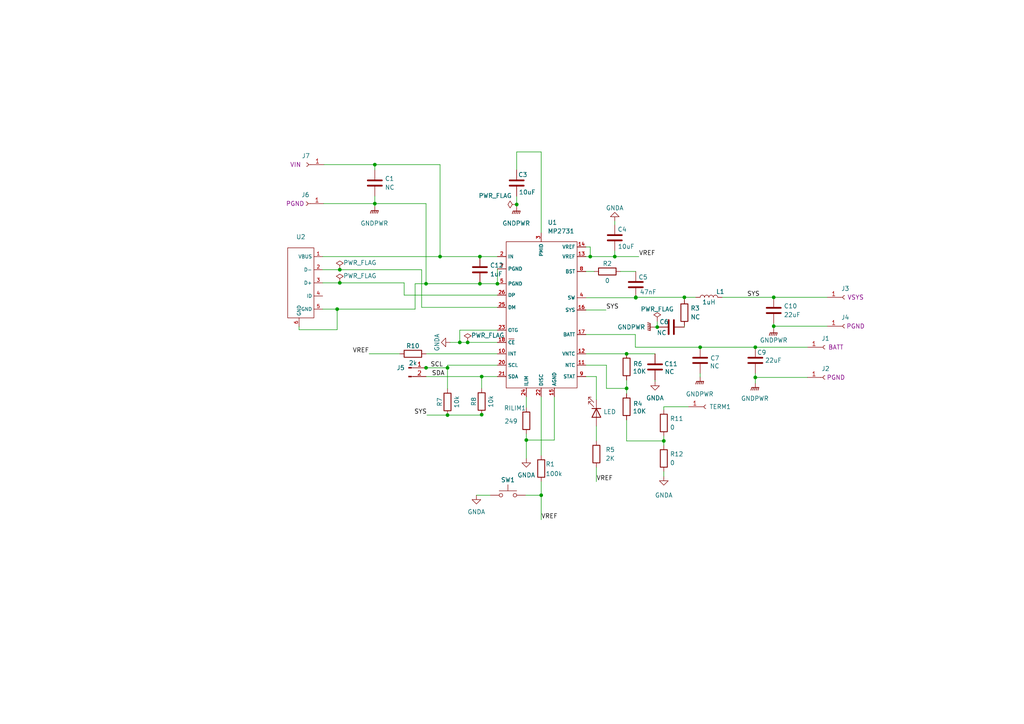
<source format=kicad_sch>
(kicad_sch (version 20211123) (generator eeschema)
  (paper "A4")
  (lib_symbols
    (symbol "Connector:Conn_01x01_Female" (pin_names (offset 1.016) hide)
      (property "Reference" "J" (at 0 2.54 0))
      (property "Value" "Conn_01x01_Female" (at 0 -2.54 0))
      (symbol "Conn_01x01_Female_1_1"
        (polyline (pts (xy -1.27 0) (xy -0.508 0)) (stroke (width 0.1524)))
        (arc (start 0 0.508) (mid -0.508 0) (end 0 -0.508) (stroke (width 0.1524)))
        (pin passive line (at -5.08 0 0) (length 3.81) (name "Pin_1") (number "1"))
      )
    )
    (symbol "Connector:Conn_01x02_Male" (pin_names (offset 1.016) hide)
      (property "Reference" "J" (at 0 2.54 0))
      (property "Value" "Conn_01x02_Male" (at 0 -5.08 0))
      (symbol "Conn_01x02_Male_1_1"
        (polyline (pts (xy 1.27 -2.54) (xy 0.8636 -2.54)) (stroke (width 0.1524)))
        (polyline (pts (xy 1.27 0) (xy 0.8636 0)) (stroke (width 0.1524)))
        (rectangle (start 0.8636 -2.413) (end 0 -2.667) (stroke (width 0.1524)) (fill (type outline)))
        (rectangle (start 0.8636 0.127) (end 0 -0.127) (stroke (width 0.1524)) (fill (type outline)))
        (pin passive line (at 5.08 0 180) (length 3.81) (name "Pin_1") (number "1"))
        (pin passive line (at 5.08 -2.54 180) (length 3.81) (name "Pin_2") (number "2"))
      )
    )
    (symbol "Device:C" (pin_numbers hide) (pin_names (offset 0.254))
      (property "Reference" "C" (at 0.635 2.54 0))
      (property "Value" "C" (at 0.635 -2.54 0))
      (symbol "C_0_1"
        (polyline (pts (xy -2.032 -0.762) (xy 2.032 -0.762)) (stroke (width 0.508)))
        (polyline (pts (xy -2.032 0.762) (xy 2.032 0.762)) (stroke (width 0.508)))
      )
      (symbol "C_1_1"
        (pin passive line (at 0 3.81 270) (length 2.794) (name "~") (number "1"))
        (pin passive line (at 0 -3.81 90) (length 2.794) (name "~") (number "2"))
      )
    )
    (symbol "Device:L" (pin_numbers hide) (pin_names (offset 1.016) hide)
      (property "Reference" "L" (at -1.27 0 90))
      (property "Value" "L" (at 1.905 0 90))
      (symbol "L_0_1"
        (arc (start 0 -2.54) (mid 0.635 -1.905) (end 0 -1.27))
        (arc (start 0 -1.27) (mid 0.635 -0.635) (end 0 0))
        (arc (start 0 0) (mid 0.635 0.635) (end 0 1.27))
        (arc (start 0 1.27) (mid 0.635 1.905) (end 0 2.54))
      )
      (symbol "L_1_1"
        (pin passive line (at 0 3.81 270) (length 1.27) (name "1") (number "1"))
        (pin passive line (at 0 -3.81 90) (length 1.27) (name "2") (number "2"))
      )
    )
    (symbol "Device:LED" (pin_numbers hide) (pin_names (offset 1.016) hide)
      (property "Reference" "D" (at 0 2.54 0))
      (property "Value" "LED" (at 0 -2.54 0))
      (symbol "LED_0_1"
        (polyline (pts (xy -1.27 -1.27) (xy -1.27 1.27)) (stroke (width 0.254)))
        (polyline (pts (xy -1.27 0) (xy 1.27 0)))
        (polyline (pts (xy 1.27 -1.27) (xy 1.27 1.27) (xy -1.27 0) (xy 1.27 -1.27)) (stroke (width 0.254)))
        (polyline (pts (xy -3.048 -0.762) (xy -4.572 -2.286) (xy -3.81 -2.286) (xy -4.572 -2.286) (xy -4.572 -1.524)))
        (polyline (pts (xy -1.778 -0.762) (xy -3.302 -2.286) (xy -2.54 -2.286) (xy -3.302 -2.286) (xy -3.302 -1.524)))
      )
      (symbol "LED_1_1"
        (pin passive line (at -3.81 0 0) (length 2.54) (name "K") (number "1"))
        (pin passive line (at 3.81 0 180) (length 2.54) (name "A") (number "2"))
      )
    )
    (symbol "Device:R" (pin_numbers hide) (pin_names (offset 0))
      (property "Reference" "R" (at 2.032 0 90))
      (property "Value" "R" (at 0 0 90))
      (symbol "R_0_1"
        (rectangle (start -1.016 -2.54) (end 1.016 2.54) (stroke (width 0.254)))
      )
      (symbol "R_1_1"
        (pin passive line (at 0 3.81 270) (length 1.27) (name "~") (number "1"))
        (pin passive line (at 0 -3.81 90) (length 1.27) (name "~") (number "2"))
      )
    )
    (symbol "MP2731_1"
      (property "Reference" "U" (at 0 11.43 0))
      (property "Value" "MP2731_1" (at 0 9.144 0))
      (symbol "MP2731_1_0_1"
        (rectangle (start -10.16 0) (end 10.414 -42.418))
        (polyline (pts (xy -9.398 -28.194) (xy -7.874 -28.194)))
      )
      (symbol "MP2731_1_1_1"
        (pin input line (at -12.7 -32.512 0) (length 2.54) (name "INT") (number "10"))
        (pin input line (at 12.954 -35.814 180) (length 2.54) (name "NTC") (number "11"))
        (pin input line (at 12.954 -32.512 180) (length 2.54) (name "VNTC") (number "12"))
        (pin input line (at 12.954 -4.318 180) (length 2.54) (name "VREF") (number "13"))
        (pin input line (at 12.954 -1.524 180) (length 2.54) (name "VREF") (number "14"))
        (pin input line (at 3.81 -44.958 90) (length 2.54) (name "AGND") (number "15"))
        (pin input line (at 12.954 -19.812 180) (length 2.54) (name "SYS") (number "16"))
        (pin input line (at 12.954 -26.924 180) (length 2.54) (name "BATT") (number "17"))
        (pin input line (at -12.7 -29.21 0) (length 2.54) (name "CE") (number "18"))
        (pin input line (at -12.7 -4.318 0) (length 2.54) (name "IN") (number "2"))
        (pin input line (at -12.7 -35.814 0) (length 2.54) (name "SCL") (number "20"))
        (pin input line (at -12.7 -39.116 0) (length 2.54) (name "SDA") (number "21"))
        (pin input line (at 0 -44.958 90) (length 2.54) (name "DISC") (number "22"))
        (pin input line (at -12.7 -25.654 0) (length 2.54) (name "OTG") (number "23"))
        (pin input line (at -4.318 -44.958 90) (length 2.54) (name "ILIM") (number "24"))
        (pin input line (at -12.7 -19.05 0) (length 2.54) (name "DM") (number "25"))
        (pin input line (at -12.7 -15.494 0) (length 2.54) (name "DP") (number "26"))
        (pin input line (at 0 2.54 270) (length 2.54) (name "PMID") (number "3"))
        (pin input line (at 12.954 -16.256 180) (length 2.54) (name "SW") (number "4"))
        (pin input line (at -12.7 -12.192 0) (length 2.54) (name "PGND") (number "5"))
        (pin input line (at -12.7 -7.874 0) (length 2.54) (name "PGND") (number "7"))
        (pin input line (at 12.954 -8.636 180) (length 2.54) (name "BST") (number "8"))
        (pin input line (at 12.954 -39.116 180) (length 2.54) (name "STAT") (number "9"))
      )
    )
    (symbol "Switch:SW_Push" (pin_numbers hide) (pin_names (offset 1.016) hide)
      (property "Reference" "SW" (at 1.27 2.54 0))
      (property "Value" "SW_Push" (at 0 -1.524 0))
      (symbol "SW_Push_0_1"
        (circle (center -2.032 0) (radius 0.508))
        (polyline (pts (xy 0 1.27) (xy 0 3.048)))
        (polyline (pts (xy 2.54 1.27) (xy -2.54 1.27)))
        (circle (center 2.032 0) (radius 0.508))
        (pin passive line (at -5.08 0 0) (length 2.54) (name "1") (number "1"))
        (pin passive line (at 5.08 0 180) (length 2.54) (name "2") (number "2"))
      )
    )
    (symbol "USB_BQ25629_1"
      (property "Reference" "U" (at -3.81 -1.27 0))
      (symbol "USB_BQ25629_1_0_1"
        (rectangle (start -3.81 -2.54) (end 3.81 -22.86))
      )
      (symbol "USB_BQ25629_1_1_1"
        (pin input line (at 6.35 -5.08 180) (length 2.54) (name "VBUS") (number "1"))
        (pin input line (at 6.35 -8.89 180) (length 2.54) (name "D-") (number "2"))
        (pin input line (at 6.35 -12.7 180) (length 2.54) (name "D+") (number "3"))
        (pin input line (at 6.35 -16.51 180) (length 2.54) (name "ID") (number "4"))
        (pin input line (at 6.35 -20.32 180) (length 2.54) (name "GND") (number "5"))
        (pin input line (at -0.508 -25.4 90) (length 2.54) (name "GND") (number "6"))
      )
    )
    (symbol "power:GNDA" (power) (pin_names (offset 0))
      (property "Value" "GNDA" (at 0 -3.81 0))
      (symbol "GNDA_0_1"
        (polyline (pts (xy 0 0) (xy 0 -1.27) (xy 1.27 -1.27) (xy 0 -2.54) (xy -1.27 -1.27) (xy 0 -1.27)))
      )
      (symbol "GNDA_1_1"
        (pin power_in line (at 0 0 270) (length 0) hide (name "GNDA") (number "1"))
      )
    )
    (symbol "power:GNDPWR" (power) (pin_names (offset 0))
      (property "Value" "GNDPWR" (at 0 -3.302 0))
      (symbol "GNDPWR_0_1"
        (polyline (pts (xy 0 -1.27) (xy 0 0)))
        (polyline (pts (xy -1.016 -1.27) (xy -1.27 -2.032) (xy -1.27 -2.032)) (stroke (width 0.2032)))
        (polyline (pts (xy -0.508 -1.27) (xy -0.762 -2.032) (xy -0.762 -2.032)) (stroke (width 0.2032)))
        (polyline (pts (xy 0 -1.27) (xy -0.254 -2.032) (xy -0.254 -2.032)) (stroke (width 0.2032)))
        (polyline (pts (xy 0.508 -1.27) (xy 0.254 -2.032) (xy 0.254 -2.032)) (stroke (width 0.2032)))
        (polyline (pts (xy 1.016 -1.27) (xy -1.016 -1.27) (xy -1.016 -1.27)) (stroke (width 0.2032)))
        (polyline (pts (xy 1.016 -1.27) (xy 0.762 -2.032) (xy 0.762 -2.032) (xy 0.762 -2.032)) (stroke (width 0.2032)))
      )
      (symbol "GNDPWR_1_1"
        (pin power_in line (at 0 0 270) (length 0) hide (name "GNDPWR") (number "1"))
      )
    )
    (symbol "power:PWR_FLAG" (power) (pin_numbers hide) (pin_names (offset 0) hide)
      (property "Value" "PWR_FLAG" (at 0 3.81 0))
      (symbol "PWR_FLAG_0_0"
        (pin power_out line (at 0 0 90) (length 0) (name "pwr") (number "1"))
      )
      (symbol "PWR_FLAG_0_1"
        (polyline (pts (xy 0 0) (xy 0 1.27) (xy -1.016 1.905) (xy 0 2.54) (xy 1.016 1.905) (xy 0 1.27)))
      )
    )
  )
  (junction (at 98.552 78.232))
  (junction (at 98.552 82.042))
  (junction (at 123.571 82.296))
  (junction (at 181.737 102.616))
  (junction (at 184.404 86.36))
  (junction (at 135.636 99.314))
  (junction (at 108.712 47.752))
  (junction (at 224.409 86.233))
  (junction (at 139.192 74.422))
  (junction (at 139.7 109.22))
  (junction (at 224.409 94.615))
  (junction (at 97.79 89.662))
  (junction (at 144.272 82.296))
  (junction (at 190.627 94.869))
  (junction (at 184.404 86.233))
  (junction (at 108.712 59.055))
  (junction (at 149.86 59.309))
  (junction (at 203.073 100.711))
  (junction (at 152.654 127.635))
  (junction (at 127.635 74.422))
  (junction (at 198.501 86.233))
  (junction (at 192.532 127.889))
  (junction (at 123.571 106.68))
  (junction (at 139.192 82.296))
  (junction (at 139.7 120.269))
  (junction (at 156.972 143.637))
  (junction (at 181.737 112.649))
  (junction (at 129.794 120.396))
  (junction (at 219.075 100.711))
  (junction (at 171.196 74.422))
  (junction (at 129.794 106.68))
  (junction (at 178.308 74.422))
  (junction (at 219.075 109.474))
  (junction (at 133.35 99.314))
  (wire (pts (xy 93.599 89.662) (xy 97.79 89.662)))
  (wire (pts (xy 139.7 120.269) (xy 139.7 120.396)))
  (wire (pts (xy 122.301 89.154) (xy 122.301 78.232)))
  (wire (pts (xy 169.926 102.616) (xy 181.737 102.616)))
  (wire (pts (xy 190.627 93.218) (xy 190.627 94.869)))
  (wire (pts (xy 152.654 127.635) (xy 152.654 132.969)))
  (wire (pts (xy 169.926 71.628) (xy 171.196 71.628)))
  (wire (pts (xy 135.636 99.314) (xy 144.272 99.314)))
  (wire (pts (xy 127.635 74.422) (xy 127.635 47.752)))
  (wire (pts (xy 190.627 94.869) (xy 190.881 94.869)))
  (wire (pts (xy 172.974 135.509) (xy 172.974 139.7)))
  (wire (pts (xy 86.741 94.742) (xy 86.741 95.631)))
  (wire (pts (xy 169.926 86.36) (xy 184.404 86.36)))
  (wire (pts (xy 219.075 109.474) (xy 219.075 111.125)))
  (wire (pts (xy 184.277 97.028) (xy 184.277 100.711)))
  (wire (pts (xy 178.308 74.422) (xy 185.293 74.422)))
  (wire (pts (xy 156.972 115.062) (xy 156.972 132.08)))
  (wire (pts (xy 149.86 44.069) (xy 149.86 49.276)))
  (wire (pts (xy 123.571 109.22) (xy 139.7 109.22)))
  (wire (pts (xy 152.654 127.635) (xy 160.782 127.635)))
  (wire (pts (xy 123.444 106.68) (xy 123.571 106.68)))
  (wire (pts (xy 209.423 86.233) (xy 224.409 86.233)))
  (wire (pts (xy 189.865 94.869) (xy 190.627 94.869)))
  (wire (pts (xy 117.221 85.598) (xy 117.221 82.042)))
  (wire (pts (xy 123.571 82.296) (xy 123.571 59.055)))
  (wire (pts (xy 93.599 78.232) (xy 98.552 78.232)))
  (wire (pts (xy 198.501 86.233) (xy 201.803 86.233)))
  (wire (pts (xy 172.974 123.571) (xy 172.974 127.889)))
  (wire (pts (xy 160.782 115.062) (xy 160.782 127.635)))
  (wire (pts (xy 184.277 100.711) (xy 203.073 100.711)))
  (wire (pts (xy 130.556 99.314) (xy 133.35 99.314)))
  (wire (pts (xy 138.176 143.637) (xy 142.24 143.637)))
  (wire (pts (xy 178.308 65.151) (xy 178.308 64.135)))
  (wire (pts (xy 181.737 102.616) (xy 189.992 102.616)))
  (wire (pts (xy 127.635 74.422) (xy 139.192 74.422)))
  (wire (pts (xy 108.712 47.752) (xy 108.712 49.276)))
  (wire (pts (xy 139.192 74.422) (xy 144.272 74.422)))
  (wire (pts (xy 169.926 97.028) (xy 184.277 97.028)))
  (wire (pts (xy 120.396 82.296) (xy 120.396 89.662)))
  (wire (pts (xy 152.654 115.062) (xy 152.654 118.237)))
  (wire (pts (xy 169.926 89.916) (xy 175.768 89.916)))
  (wire (pts (xy 184.404 86.233) (xy 198.501 86.233)))
  (wire (pts (xy 123.571 59.055) (xy 108.712 59.055)))
  (wire (pts (xy 123.571 82.296) (xy 139.192 82.296)))
  (wire (pts (xy 203.073 100.711) (xy 219.075 100.711)))
  (wire (pts (xy 123.571 106.68) (xy 129.794 106.68)))
  (wire (pts (xy 189.992 110.617) (xy 189.992 110.236)))
  (wire (pts (xy 192.532 117.983) (xy 192.532 118.872)))
  (wire (pts (xy 107.061 102.616) (xy 115.951 102.616)))
  (wire (pts (xy 86.741 95.631) (xy 97.79 95.631)))
  (wire (pts (xy 219.075 100.711) (xy 234.188 100.711)))
  (wire (pts (xy 171.196 74.422) (xy 178.308 74.422)))
  (wire (pts (xy 139.7 112.649) (xy 139.7 109.22)))
  (wire (pts (xy 108.712 59.055) (xy 108.712 59.817)))
  (wire (pts (xy 224.409 94.615) (xy 224.409 95.25)))
  (wire (pts (xy 144.272 95.758) (xy 133.35 95.758)))
  (wire (pts (xy 98.552 82.042) (xy 93.599 82.042)))
  (wire (pts (xy 129.794 105.918) (xy 129.794 106.68)))
  (wire (pts (xy 129.794 106.68) (xy 129.794 112.776)))
  (wire (pts (xy 123.825 120.396) (xy 129.794 120.396)))
  (wire (pts (xy 97.79 95.631) (xy 97.79 89.662)))
  (wire (pts (xy 171.196 71.628) (xy 171.196 74.422)))
  (wire (pts (xy 224.409 94.615) (xy 239.903 94.615)))
  (wire (pts (xy 181.737 127.889) (xy 192.532 127.889)))
  (wire (pts (xy 181.737 112.649) (xy 181.737 114.173)))
  (wire (pts (xy 156.972 150.749) (xy 156.972 143.637)))
  (wire (pts (xy 203.073 109.347) (xy 203.073 108.331)))
  (wire (pts (xy 175.895 112.649) (xy 181.737 112.649)))
  (wire (pts (xy 149.86 56.896) (xy 149.86 59.309)))
  (wire (pts (xy 93.853 59.055) (xy 108.712 59.055)))
  (wire (pts (xy 117.221 82.042) (xy 98.552 82.042)))
  (wire (pts (xy 144.272 105.918) (xy 129.794 105.918)))
  (wire (pts (xy 152.654 125.857) (xy 152.654 127.635)))
  (wire (pts (xy 172.974 109.22) (xy 172.974 115.951)))
  (wire (pts (xy 152.4 143.637) (xy 156.972 143.637)))
  (wire (pts (xy 156.972 44.069) (xy 149.86 44.069)))
  (wire (pts (xy 149.86 59.309) (xy 149.86 59.944)))
  (wire (pts (xy 192.532 127.889) (xy 192.532 126.492)))
  (wire (pts (xy 224.409 93.853) (xy 224.409 94.615)))
  (wire (pts (xy 139.192 82.042) (xy 139.192 82.296)))
  (wire (pts (xy 169.926 105.918) (xy 175.895 105.918)))
  (wire (pts (xy 192.532 136.779) (xy 192.532 138.176)))
  (wire (pts (xy 93.98 47.752) (xy 108.712 47.752)))
  (wire (pts (xy 181.737 112.649) (xy 181.737 110.236)))
  (wire (pts (xy 224.409 86.233) (xy 239.903 86.233)))
  (wire (pts (xy 133.35 95.758) (xy 133.35 99.314)))
  (wire (pts (xy 184.404 86.233) (xy 184.404 86.36)))
  (wire (pts (xy 97.79 89.662) (xy 120.396 89.662)))
  (wire (pts (xy 144.272 109.22) (xy 139.7 109.22)))
  (wire (pts (xy 198.501 94.869) (xy 198.501 94.488)))
  (wire (pts (xy 144.272 85.598) (xy 117.221 85.598)))
  (wire (pts (xy 129.794 120.396) (xy 139.7 120.396)))
  (wire (pts (xy 122.301 89.154) (xy 144.272 89.154)))
  (wire (pts (xy 169.926 74.422) (xy 171.196 74.422)))
  (wire (pts (xy 144.272 77.978) (xy 144.272 82.296)))
  (wire (pts (xy 178.308 72.771) (xy 178.308 74.422)))
  (wire (pts (xy 219.075 108.331) (xy 219.075 109.474)))
  (wire (pts (xy 123.571 82.296) (xy 120.396 82.296)))
  (wire (pts (xy 108.712 56.896) (xy 108.712 59.055)))
  (wire (pts (xy 192.532 117.983) (xy 199.644 117.983)))
  (wire (pts (xy 175.895 105.918) (xy 175.895 112.649)))
  (wire (pts (xy 198.501 86.233) (xy 198.501 86.868)))
  (wire (pts (xy 127.635 47.752) (xy 108.712 47.752)))
  (wire (pts (xy 192.532 127.889) (xy 192.532 129.159)))
  (wire (pts (xy 156.972 67.564) (xy 156.972 44.069)))
  (wire (pts (xy 123.571 102.616) (xy 144.272 102.616)))
  (wire (pts (xy 144.272 82.296) (xy 139.192 82.296)))
  (wire (pts (xy 156.972 143.637) (xy 156.972 139.7)))
  (wire (pts (xy 169.926 78.74) (xy 172.339 78.74)))
  (wire (pts (xy 169.926 109.22) (xy 172.974 109.22)))
  (wire (pts (xy 98.552 78.232) (xy 122.301 78.232)))
  (wire (pts (xy 179.959 78.74) (xy 184.404 78.74)))
  (wire (pts (xy 93.599 74.422) (xy 127.635 74.422)))
  (wire (pts (xy 181.737 121.793) (xy 181.737 127.889)))
  (wire (pts (xy 133.35 99.314) (xy 135.636 99.314)))
  (wire (pts (xy 219.075 109.474) (xy 234.188 109.474)))
  (label "SYS" (at 123.825 120.396 180))
  (label "VREF" (at 185.293 74.422 0))
  (label "SYS" (at 175.768 89.916 0))
  (label "VREF" (at 107.061 102.616 180))
  (label "SCL" (at 124.841 106.68 0))
  (label "SDA" (at 125.222 109.22 0))
  (label "SYS" (at 216.662 86.233 0))
  (label "VREF" (at 172.974 139.7 0))
  (label "VREF" (at 156.972 150.749 0))
  (symbol (lib_id "Device:C") (at 224.409 90.043 0) (unit 1)
    (property "Reference" "C10" (at 227.33 88.7729 0) (effects (justify left)))
    (property "Value" "22uF" (at 227.33 91.3129 0) (effects (justify left)))
    (property "Footprint" "Capacitor_SMD:C_0805_2012Metric" (effects hide))
  )
  (symbol (lib_id "power:GNDA") (at 189.992 110.617 0) (unit 1)
    (property "Reference" "#PWR0106" (effects hide))
    (property "Value" "GNDA" (at 189.992 115.443 0))
  )
  (symbol (lib_id "power:GNDA") (at 192.532 138.176 0) (unit 1)
    (property "Reference" "#PWR04" (effects hide))
    (property "Value" "GNDA" (at 192.532 143.637 0))
  )
  (symbol (lib_name "MP2731_1") (lib_id "gerenciador_de_bateria_2:MP2731") (at 156.972 70.104 0) (unit 1)
    (property "Reference" "U1" (at 158.8429 64.516 0) (effects (justify left)))
    (property "Value" "MP2731" (at 158.8429 67.056 0) (effects (justify left)))
    (property "Footprint" "gerenciador_de_bateria_2:QFN-26_MP2731" (effects hide))
  )
  (symbol (lib_id "Device:R") (at 176.149 78.74 90) (unit 1)
    (property "Reference" "R2" (at 176.149 76.454 90))
    (property "Value" "0" (at 176.149 81.407 90))
    (property "Footprint" "Resistor_SMD:R_0805_2012Metric" (effects hide))
  )
  (symbol (lib_id "Device:R") (at 192.532 122.682 0) (unit 1)
    (property "Reference" "R11" (at 194.31 121.4119 0) (effects (justify left)))
    (property "Value" "0" (at 194.31 123.9519 0) (effects (justify left)))
    (property "Footprint" "Resistor_SMD:R_0805_2012Metric" (effects hide))
  )
  (symbol (lib_id "Connector:Conn_01x01_Female") (at 239.268 109.474 0) (unit 1)
    (property "Reference" "J2" (at 238.252 106.934 0) (effects (justify left)))
    (property "Value" "Conn_01x01_Female" (effects hide))
    (property "Footprint" "Connector_PinHeader_2.54mm:PinHeader_1x01_P2.54mm_Vertical" (effects hide))
    (property "Campo4" "PGND" (at 242.443 109.474 0))
  )
  (symbol (lib_id "power:GNDA") (at 130.556 99.314 270) (unit 1)
    (property "Reference" "#PWR0101" (effects hide))
    (property "Value" "GNDA" (at 126.746 99.314 0))
  )
  (symbol (lib_id "power:GNDA") (at 178.308 64.135 180) (unit 1)
    (property "Reference" "#PWR05" (effects hide))
    (property "Value" "GNDA" (at 178.308 60.325 0))
  )
  (symbol (lib_id "power:GNDA") (at 152.654 132.969 0) (unit 1)
    (property "Reference" "#PWR0103" (effects hide))
    (property "Value" "GNDA" (at 152.654 137.795 0))
  )
  (symbol (lib_id "power:PWR_FLAG") (at 98.552 82.042 0) (unit 1)
    (property "Reference" "#FLG0101" (effects hide))
    (property "Value" "PWR_FLAG" (at 104.394 80.01 0))
  )
  (symbol (lib_id "power:PWR_FLAG") (at 98.552 78.232 0) (unit 1)
    (property "Reference" "#FLG0104" (effects hide))
    (property "Value" "PWR_FLAG" (at 104.394 76.2 0))
  )
  (symbol (lib_id "Connector:Conn_01x01_Female") (at 88.773 59.055 0) (mirror y) (unit 1)
    (property "Reference" "J6" (at 89.789 56.515 0) (effects (justify left)))
    (property "Value" "Conn_01x01_Female" (effects hide))
    (property "Footprint" "Connector_PinHeader_2.54mm:PinHeader_1x01_P2.54mm_Vertical" (effects hide))
    (property "Campo4" "PGND" (at 85.598 59.055 0))
  )
  (symbol (lib_id "power:PWR_FLAG") (at 135.636 99.314 0) (unit 1)
    (property "Reference" "#FLG0105" (effects hide))
    (property "Value" "PWR_FLAG" (at 141.478 97.282 0))
  )
  (symbol (lib_id "power:GNDA") (at 138.176 143.637 0) (unit 1)
    (property "Reference" "#PWR03" (effects hide))
    (property "Value" "GNDA" (at 138.176 148.463 0))
  )
  (symbol (lib_id "Device:R") (at 139.7 116.459 180) (unit 1)
    (property "Reference" "R8" (at 137.414 116.459 90))
    (property "Value" "10k" (at 142.367 116.459 90))
    (property "Footprint" "Resistor_SMD:R_0805_2012Metric" (effects hide))
  )
  (symbol (lib_id "Device:R") (at 181.737 106.426 0) (unit 1)
    (property "Reference" "R6" (at 183.642 105.537 0) (effects (justify left)))
    (property "Value" "10K" (at 183.515 107.696 0) (effects (justify left)))
    (property "Footprint" "Resistor_SMD:R_0805_2012Metric" (effects hide))
  )
  (symbol (lib_id "Device:R") (at 172.974 131.699 0) (unit 1)
    (property "Reference" "R5" (at 175.641 130.4289 0) (effects (justify left)))
    (property "Value" "2K" (at 175.641 132.9689 0) (effects (justify left)))
    (property "Footprint" "Resistor_SMD:R_0805_2012Metric" (effects hide))
  )
  (symbol (lib_id "Connector:Conn_01x01_Female") (at 88.9 47.752 0) (mirror y) (unit 1)
    (property "Reference" "J7" (at 89.916 45.212 0) (effects (justify left)))
    (property "Value" "Conn_01x01_Female" (effects hide))
    (property "Footprint" "Connector_PinHeader_2.54mm:PinHeader_1x01_P2.54mm_Vertical" (effects hide))
    (property "Campo4" "VIN" (at 85.725 47.752 0))
  )
  (symbol (lib_id "Device:R") (at 156.972 135.89 0) (unit 1)
    (property "Reference" "R1" (at 158.242 134.62 0) (effects (justify left)))
    (property "Value" "100k" (at 158.242 137.414 0) (effects (justify left)))
    (property "Footprint" "Resistor_SMD:R_0805_2012Metric" (effects hide))
  )
  (symbol (lib_id "power:GNDPWR") (at 149.86 59.944 0) (unit 1)
    (property "Reference" "#PWR02" (effects hide))
    (property "Value" "GNDPWR" (at 149.733 64.77 0))
  )
  (symbol (lib_name "USB_BQ25629_1") (lib_id "gerenciador_de_bateria_2:USB_BQ25629") (at 87.249 69.342 0) (unit 1)
    (property "Reference" "U2" (at 87.249 68.707 0))
    (property "Value" "USB_BQ25629" (effects hide))
    (property "Footprint" "Connector_USB:USB_Micro-B_Amphenol_10118194_Horizontal" (effects hide))
  )
  (symbol (lib_id "Device:R") (at 181.737 117.983 0) (unit 1)
    (property "Reference" "R4" (at 183.642 117.094 0) (effects (justify left)))
    (property "Value" "10K" (at 183.515 119.253 0) (effects (justify left)))
    (property "Footprint" "Resistor_SMD:R_0805_2012Metric" (effects hide))
  )
  (symbol (lib_id "power:PWR_FLAG") (at 149.86 59.309 90) (unit 1)
    (property "Reference" "#FLG0102" (effects hide))
    (property "Value" "PWR_FLAG" (at 143.637 56.769 90))
  )
  (symbol (lib_id "power:GNDPWR") (at 108.712 59.817 0) (unit 1)
    (property "Reference" "#PWR0107" (effects hide))
    (property "Value" "GNDPWR" (at 108.585 64.77 0))
  )
  (symbol (lib_id "Device:C") (at 194.691 94.869 270) (unit 1)
    (property "Reference" "C6" (at 191.262 93.345 90) (effects (justify left)))
    (property "Value" "NC" (at 190.5 96.52 90) (effects (justify left)))
    (property "Footprint" "Capacitor_SMD:C_0805_2012Metric" (effects hide))
  )
  (symbol (lib_id "Connector:Conn_01x01_Female") (at 244.983 94.615 0) (unit 1)
    (property "Reference" "J4" (at 243.967 92.075 0) (effects (justify left)))
    (property "Value" "Conn_01x01_Female" (effects hide))
    (property "Footprint" "Connector_PinHeader_2.54mm:PinHeader_1x01_P2.54mm_Vertical" (effects hide))
    (property "Campo4" "PGND" (at 248.158 94.615 0))
  )
  (symbol (lib_id "Device:L") (at 205.613 86.233 90) (unit 1)
    (property "Reference" "L1" (at 208.915 84.582 90))
    (property "Value" "1uH" (at 205.613 87.63 90))
    (property "Footprint" "Inductor_SMD:L_1210_3225Metric" (effects hide))
  )
  (symbol (lib_id "power:GNDPWR") (at 203.073 109.347 0) (unit 1)
    (property "Reference" "#PWR0109" (effects hide))
    (property "Value" "GNDPWR" (at 202.946 114.3 0))
  )
  (symbol (lib_id "power:GNDPWR") (at 224.409 95.25 0) (unit 1)
    (property "Reference" "#PWR09" (effects hide))
    (property "Value" "GNDPWR" (at 224.409 98.679 0))
  )
  (symbol (lib_id "Connector:Conn_01x01_Female") (at 244.983 86.233 0) (unit 1)
    (property "Reference" "J3" (at 243.967 83.693 0) (effects (justify left)))
    (property "Value" "Conn_01x01_Female" (effects hide))
    (property "Footprint" "Connector_PinHeader_2.54mm:PinHeader_1x01_P2.54mm_Vertical" (effects hide))
    (property "Campo4" "VSYS" (at 248.158 86.233 0))
  )
  (symbol (lib_id "Device:C") (at 203.073 104.521 0) (unit 1)
    (property "Reference" "C7" (at 205.994 103.886 0) (effects (justify left)))
    (property "Value" "NC" (at 205.867 106.172 0) (effects (justify left)))
    (property "Footprint" "Capacitor_SMD:C_0805_2012Metric" (effects hide))
  )
  (symbol (lib_id "Device:C") (at 149.86 53.086 0) (unit 1)
    (property "Reference" "C3" (at 151.638 50.673 0))
    (property "Value" "10uF" (at 152.908 55.753 0))
    (property "Footprint" "Capacitor_SMD:C_0805_2012Metric" (effects hide))
  )
  (symbol (lib_id "Connector:Conn_01x02_Male") (at 118.491 106.68 0) (unit 1)
    (property "Reference" "J5" (at 116.205 106.68 0))
    (property "Value" "Conn_01x02_Male" (effects hide))
    (property "Footprint" "Connector_PinHeader_2.54mm:PinHeader_1x02_P2.54mm_Vertical" (effects hide))
  )
  (symbol (lib_id "Device:C") (at 108.712 53.086 0) (unit 1)
    (property "Reference" "C1" (at 111.633 51.8159 0) (effects (justify left)))
    (property "Value" "NC" (at 111.633 54.3559 0) (effects (justify left)))
    (property "Footprint" "Capacitor_SMD:C_0805_2012Metric" (effects hide))
  )
  (symbol (lib_id "Switch:SW_Push") (at 147.32 143.637 0) (unit 1)
    (property "Reference" "SW1" (at 147.32 139.192 0))
    (property "Value" "SW_Push" (effects hide))
    (property "Footprint" "Button_Switch_THT:SW_PUSH_6mm" (effects hide))
  )
  (symbol (lib_id "Device:LED") (at 172.974 119.761 270) (unit 1)
    (property "Reference" "D1" (effects hide))
    (property "Value" "LED" (at 175.006 119.4434 90) (effects (justify left)))
    (property "Footprint" "LED_SMD:LED_0805_2012Metric" (effects hide))
  )
  (symbol (lib_id "Device:R") (at 152.654 122.047 0) (unit 1)
    (property "Reference" "RILIM1" (at 146.177 118.364 0) (effects (justify left)))
    (property "Value" "249" (at 146.304 122.174 0) (effects (justify left)))
    (property "Footprint" "Resistor_SMD:R_0805_2012Metric" (effects hide))
  )
  (symbol (lib_id "Connector:Conn_01x01_Female") (at 204.724 117.983 0) (unit 1)
    (property "Reference" "TERM1" (at 205.74 117.9829 0) (effects (justify left)))
    (property "Value" "Conn_01x01_Female" (effects hide))
    (property "Footprint" "Connector_PinHeader_2.54mm:PinHeader_1x01_P2.54mm_Vertical" (effects hide))
  )
  (symbol (lib_id "Device:C") (at 184.404 82.55 0) (unit 1)
    (property "Reference" "C5" (at 185.166 80.391 0) (effects (justify left)))
    (property "Value" "47nF" (at 185.547 84.709 0) (effects (justify left)))
    (property "Footprint" "Capacitor_SMD:C_0805_2012Metric" (effects hide))
  )
  (symbol (lib_id "Device:C") (at 219.075 104.521 180) (unit 1)
    (property "Reference" "C9" (at 219.583 102.235 0) (effects (justify right)))
    (property "Value" "22uF" (at 221.869 104.521 0) (effects (justify right)))
    (property "Footprint" "Capacitor_SMD:C_0805_2012Metric" (effects hide))
  )
  (symbol (lib_id "power:GNDPWR") (at 219.075 111.125 0) (unit 1)
    (property "Reference" "#PWR07" (effects hide))
    (property "Value" "GNDPWR" (at 218.948 115.57 0))
  )
  (symbol (lib_id "Device:R") (at 192.532 132.969 0) (unit 1)
    (property "Reference" "R12" (at 194.31 131.6989 0) (effects (justify left)))
    (property "Value" "0" (at 194.31 134.2389 0) (effects (justify left)))
    (property "Footprint" "Resistor_SMD:R_0805_2012Metric" (effects hide))
  )
  (symbol (lib_id "Device:C") (at 189.992 106.426 180) (unit 1)
    (property "Reference" "C11" (at 192.659 105.537 0) (effects (justify right)))
    (property "Value" "NC" (at 192.786 107.823 0) (effects (justify right)))
    (property "Footprint" "Capacitor_SMD:C_0805_2012Metric" (effects hide))
  )
  (symbol (lib_id "Device:C") (at 139.192 78.232 0) (unit 1)
    (property "Reference" "C12" (at 142.113 76.9619 0) (effects (justify left)))
    (property "Value" "1uF" (at 142.113 79.5019 0) (effects (justify left)))
    (property "Footprint" "Capacitor_SMD:C_0805_2012Metric" (effects hide))
  )
  (symbol (lib_id "Device:R") (at 119.761 102.616 90) (unit 1)
    (property "Reference" "R10" (at 119.761 100.33 90))
    (property "Value" "2k" (at 119.761 105.283 90))
    (property "Footprint" "Resistor_SMD:R_0805_2012Metric" (effects hide))
  )
  (symbol (lib_id "Device:R") (at 129.794 116.586 180) (unit 1)
    (property "Reference" "R7" (at 127.508 116.586 90))
    (property "Value" "10k" (at 132.461 116.586 90))
    (property "Footprint" "Resistor_SMD:R_0805_2012Metric" (effects hide))
  )
  (symbol (lib_id "Device:C") (at 178.308 68.961 180) (unit 1)
    (property "Reference" "C4" (at 180.467 66.548 0))
    (property "Value" "10uF" (at 181.61 71.501 0))
    (property "Footprint" "Capacitor_SMD:C_0805_2012Metric" (effects hide))
  )
  (symbol (lib_id "Connector:Conn_01x01_Female") (at 239.268 100.711 0) (unit 1)
    (property "Reference" "J1" (at 238.252 98.171 0) (effects (justify left)))
    (property "Value" "Conn_01x01_Female" (effects hide))
    (property "Footprint" "Connector_PinHeader_2.54mm:PinHeader_1x01_P2.54mm_Vertical" (effects hide))
    (property "Campo4" "BATT" (at 242.443 100.711 0))
  )
  (symbol (lib_id "power:GNDPWR") (at 189.865 94.869 270) (unit 1)
    (property "Reference" "#PWR0108" (effects hide))
    (property "Value" "GNDPWR" (at 179.07 94.869 90) (effects (justify left)))
  )
  (symbol (lib_id "Device:R") (at 198.501 90.678 0) (unit 1)
    (property "Reference" "R3" (at 200.279 89.4079 0) (effects (justify left)))
    (property "Value" "NC" (at 200.279 91.9479 0) (effects (justify left)))
    (property "Footprint" "Resistor_SMD:R_0805_2012Metric" (effects hide))
  )
  (symbol (lib_id "power:PWR_FLAG") (at 190.627 93.218 0) (unit 1)
    (property "Reference" "#FLG0103" (effects hide))
    (property "Value" "PWR_FLAG" (at 190.627 89.662 0))
  )
)
</source>
